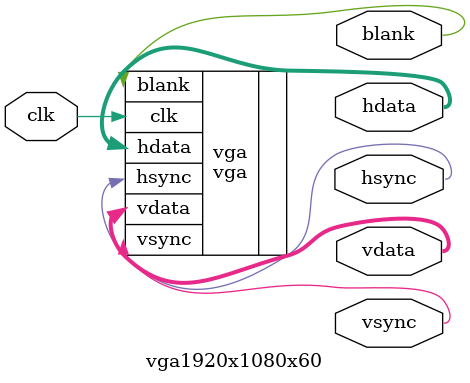
<source format=v>
`timescale 1ns / 100ps
module vga1920x1080x60
(
	input wire clk,
	output wire hsync,
	output wire vsync,
	output wire [11:0] hdata,
	output wire [11:0] vdata,
	output wire blank
);
	// Instantiate
	vga #(12, 1920, 1976, 2008, 2200, 1080, 1083, 1085, 1125, 0, 0) vga (
		.clk(clk), 
		.hdata(hdata),
		.vdata(vdata),
		.hsync(hsync),
		.vsync(vsync),
		.blank(blank)
	);
endmodule


</source>
